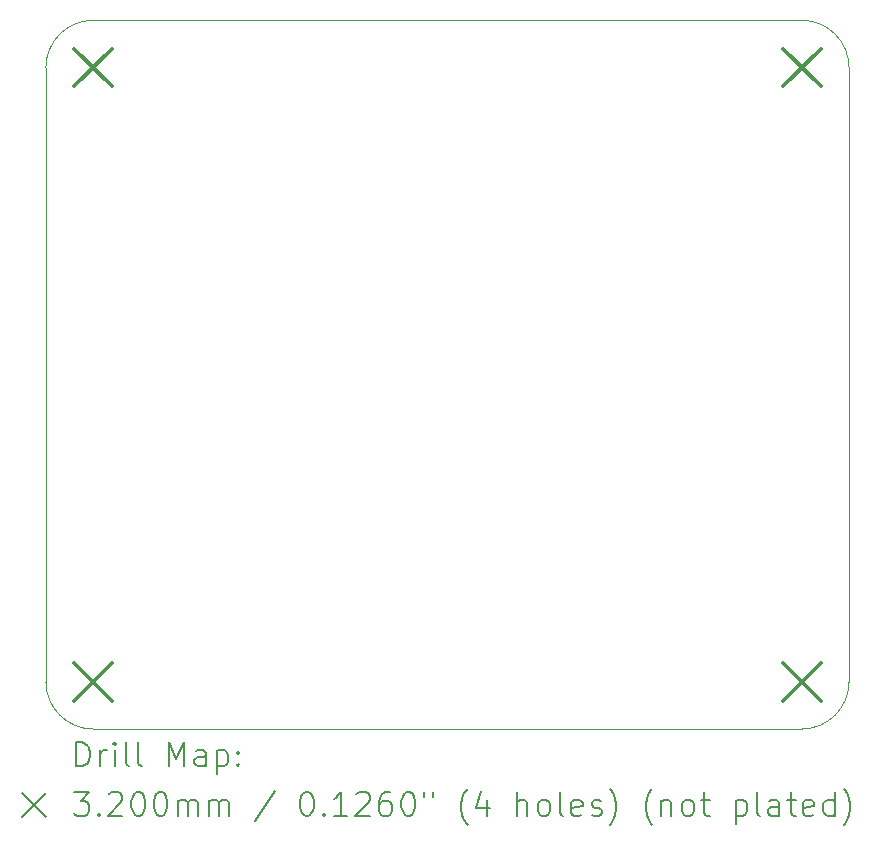
<source format=gbr>
%TF.GenerationSoftware,KiCad,Pcbnew,9.0.1*%
%TF.CreationDate,2025-05-08T09:46:55+02:00*%
%TF.ProjectId,bidirectional-tester,62696469-7265-4637-9469-6f6e616c2d74,rev?*%
%TF.SameCoordinates,Original*%
%TF.FileFunction,Drillmap*%
%TF.FilePolarity,Positive*%
%FSLAX45Y45*%
G04 Gerber Fmt 4.5, Leading zero omitted, Abs format (unit mm)*
G04 Created by KiCad (PCBNEW 9.0.1) date 2025-05-08 09:46:55*
%MOMM*%
%LPD*%
G01*
G04 APERTURE LIST*
%ADD10C,0.050000*%
%ADD11C,0.200000*%
%ADD12C,0.320000*%
G04 APERTURE END LIST*
D10*
X13400000Y-12600000D02*
G75*
G02*
X13000000Y-13000000I-400000J0D01*
G01*
X13000000Y-13000000D02*
X7000000Y-13000000D01*
X13000000Y-7000000D02*
X7000000Y-7000000D01*
X13400000Y-12600000D02*
X13400000Y-7400000D01*
X7000000Y-13000000D02*
G75*
G02*
X6600000Y-12600000I0J400000D01*
G01*
X13000000Y-7000000D02*
G75*
G02*
X13400000Y-7400000I0J-400000D01*
G01*
X6600000Y-7400000D02*
G75*
G02*
X7000000Y-7000000I400000J0D01*
G01*
X6600000Y-7400000D02*
X6600000Y-12600000D01*
D11*
D12*
X6840000Y-7240000D02*
X7160000Y-7560000D01*
X7160000Y-7240000D02*
X6840000Y-7560000D01*
X6840000Y-12440000D02*
X7160000Y-12760000D01*
X7160000Y-12440000D02*
X6840000Y-12760000D01*
X12840000Y-7240000D02*
X13160000Y-7560000D01*
X13160000Y-7240000D02*
X12840000Y-7560000D01*
X12840000Y-12440000D02*
X13160000Y-12760000D01*
X13160000Y-12440000D02*
X12840000Y-12760000D01*
D11*
X6858277Y-13313984D02*
X6858277Y-13113984D01*
X6858277Y-13113984D02*
X6905896Y-13113984D01*
X6905896Y-13113984D02*
X6934467Y-13123508D01*
X6934467Y-13123508D02*
X6953515Y-13142555D01*
X6953515Y-13142555D02*
X6963039Y-13161603D01*
X6963039Y-13161603D02*
X6972562Y-13199698D01*
X6972562Y-13199698D02*
X6972562Y-13228269D01*
X6972562Y-13228269D02*
X6963039Y-13266365D01*
X6963039Y-13266365D02*
X6953515Y-13285412D01*
X6953515Y-13285412D02*
X6934467Y-13304460D01*
X6934467Y-13304460D02*
X6905896Y-13313984D01*
X6905896Y-13313984D02*
X6858277Y-13313984D01*
X7058277Y-13313984D02*
X7058277Y-13180650D01*
X7058277Y-13218746D02*
X7067801Y-13199698D01*
X7067801Y-13199698D02*
X7077324Y-13190174D01*
X7077324Y-13190174D02*
X7096372Y-13180650D01*
X7096372Y-13180650D02*
X7115420Y-13180650D01*
X7182086Y-13313984D02*
X7182086Y-13180650D01*
X7182086Y-13113984D02*
X7172562Y-13123508D01*
X7172562Y-13123508D02*
X7182086Y-13133031D01*
X7182086Y-13133031D02*
X7191610Y-13123508D01*
X7191610Y-13123508D02*
X7182086Y-13113984D01*
X7182086Y-13113984D02*
X7182086Y-13133031D01*
X7305896Y-13313984D02*
X7286848Y-13304460D01*
X7286848Y-13304460D02*
X7277324Y-13285412D01*
X7277324Y-13285412D02*
X7277324Y-13113984D01*
X7410658Y-13313984D02*
X7391610Y-13304460D01*
X7391610Y-13304460D02*
X7382086Y-13285412D01*
X7382086Y-13285412D02*
X7382086Y-13113984D01*
X7639229Y-13313984D02*
X7639229Y-13113984D01*
X7639229Y-13113984D02*
X7705896Y-13256841D01*
X7705896Y-13256841D02*
X7772562Y-13113984D01*
X7772562Y-13113984D02*
X7772562Y-13313984D01*
X7953515Y-13313984D02*
X7953515Y-13209222D01*
X7953515Y-13209222D02*
X7943991Y-13190174D01*
X7943991Y-13190174D02*
X7924943Y-13180650D01*
X7924943Y-13180650D02*
X7886848Y-13180650D01*
X7886848Y-13180650D02*
X7867801Y-13190174D01*
X7953515Y-13304460D02*
X7934467Y-13313984D01*
X7934467Y-13313984D02*
X7886848Y-13313984D01*
X7886848Y-13313984D02*
X7867801Y-13304460D01*
X7867801Y-13304460D02*
X7858277Y-13285412D01*
X7858277Y-13285412D02*
X7858277Y-13266365D01*
X7858277Y-13266365D02*
X7867801Y-13247317D01*
X7867801Y-13247317D02*
X7886848Y-13237793D01*
X7886848Y-13237793D02*
X7934467Y-13237793D01*
X7934467Y-13237793D02*
X7953515Y-13228269D01*
X8048753Y-13180650D02*
X8048753Y-13380650D01*
X8048753Y-13190174D02*
X8067801Y-13180650D01*
X8067801Y-13180650D02*
X8105896Y-13180650D01*
X8105896Y-13180650D02*
X8124943Y-13190174D01*
X8124943Y-13190174D02*
X8134467Y-13199698D01*
X8134467Y-13199698D02*
X8143991Y-13218746D01*
X8143991Y-13218746D02*
X8143991Y-13275888D01*
X8143991Y-13275888D02*
X8134467Y-13294936D01*
X8134467Y-13294936D02*
X8124943Y-13304460D01*
X8124943Y-13304460D02*
X8105896Y-13313984D01*
X8105896Y-13313984D02*
X8067801Y-13313984D01*
X8067801Y-13313984D02*
X8048753Y-13304460D01*
X8229705Y-13294936D02*
X8239229Y-13304460D01*
X8239229Y-13304460D02*
X8229705Y-13313984D01*
X8229705Y-13313984D02*
X8220182Y-13304460D01*
X8220182Y-13304460D02*
X8229705Y-13294936D01*
X8229705Y-13294936D02*
X8229705Y-13313984D01*
X8229705Y-13190174D02*
X8239229Y-13199698D01*
X8239229Y-13199698D02*
X8229705Y-13209222D01*
X8229705Y-13209222D02*
X8220182Y-13199698D01*
X8220182Y-13199698D02*
X8229705Y-13190174D01*
X8229705Y-13190174D02*
X8229705Y-13209222D01*
X6397500Y-13542500D02*
X6597500Y-13742500D01*
X6597500Y-13542500D02*
X6397500Y-13742500D01*
X6839229Y-13533984D02*
X6963039Y-13533984D01*
X6963039Y-13533984D02*
X6896372Y-13610174D01*
X6896372Y-13610174D02*
X6924943Y-13610174D01*
X6924943Y-13610174D02*
X6943991Y-13619698D01*
X6943991Y-13619698D02*
X6953515Y-13629222D01*
X6953515Y-13629222D02*
X6963039Y-13648269D01*
X6963039Y-13648269D02*
X6963039Y-13695888D01*
X6963039Y-13695888D02*
X6953515Y-13714936D01*
X6953515Y-13714936D02*
X6943991Y-13724460D01*
X6943991Y-13724460D02*
X6924943Y-13733984D01*
X6924943Y-13733984D02*
X6867801Y-13733984D01*
X6867801Y-13733984D02*
X6848753Y-13724460D01*
X6848753Y-13724460D02*
X6839229Y-13714936D01*
X7048753Y-13714936D02*
X7058277Y-13724460D01*
X7058277Y-13724460D02*
X7048753Y-13733984D01*
X7048753Y-13733984D02*
X7039229Y-13724460D01*
X7039229Y-13724460D02*
X7048753Y-13714936D01*
X7048753Y-13714936D02*
X7048753Y-13733984D01*
X7134467Y-13553031D02*
X7143991Y-13543508D01*
X7143991Y-13543508D02*
X7163039Y-13533984D01*
X7163039Y-13533984D02*
X7210658Y-13533984D01*
X7210658Y-13533984D02*
X7229705Y-13543508D01*
X7229705Y-13543508D02*
X7239229Y-13553031D01*
X7239229Y-13553031D02*
X7248753Y-13572079D01*
X7248753Y-13572079D02*
X7248753Y-13591127D01*
X7248753Y-13591127D02*
X7239229Y-13619698D01*
X7239229Y-13619698D02*
X7124943Y-13733984D01*
X7124943Y-13733984D02*
X7248753Y-13733984D01*
X7372562Y-13533984D02*
X7391610Y-13533984D01*
X7391610Y-13533984D02*
X7410658Y-13543508D01*
X7410658Y-13543508D02*
X7420182Y-13553031D01*
X7420182Y-13553031D02*
X7429705Y-13572079D01*
X7429705Y-13572079D02*
X7439229Y-13610174D01*
X7439229Y-13610174D02*
X7439229Y-13657793D01*
X7439229Y-13657793D02*
X7429705Y-13695888D01*
X7429705Y-13695888D02*
X7420182Y-13714936D01*
X7420182Y-13714936D02*
X7410658Y-13724460D01*
X7410658Y-13724460D02*
X7391610Y-13733984D01*
X7391610Y-13733984D02*
X7372562Y-13733984D01*
X7372562Y-13733984D02*
X7353515Y-13724460D01*
X7353515Y-13724460D02*
X7343991Y-13714936D01*
X7343991Y-13714936D02*
X7334467Y-13695888D01*
X7334467Y-13695888D02*
X7324943Y-13657793D01*
X7324943Y-13657793D02*
X7324943Y-13610174D01*
X7324943Y-13610174D02*
X7334467Y-13572079D01*
X7334467Y-13572079D02*
X7343991Y-13553031D01*
X7343991Y-13553031D02*
X7353515Y-13543508D01*
X7353515Y-13543508D02*
X7372562Y-13533984D01*
X7563039Y-13533984D02*
X7582086Y-13533984D01*
X7582086Y-13533984D02*
X7601134Y-13543508D01*
X7601134Y-13543508D02*
X7610658Y-13553031D01*
X7610658Y-13553031D02*
X7620182Y-13572079D01*
X7620182Y-13572079D02*
X7629705Y-13610174D01*
X7629705Y-13610174D02*
X7629705Y-13657793D01*
X7629705Y-13657793D02*
X7620182Y-13695888D01*
X7620182Y-13695888D02*
X7610658Y-13714936D01*
X7610658Y-13714936D02*
X7601134Y-13724460D01*
X7601134Y-13724460D02*
X7582086Y-13733984D01*
X7582086Y-13733984D02*
X7563039Y-13733984D01*
X7563039Y-13733984D02*
X7543991Y-13724460D01*
X7543991Y-13724460D02*
X7534467Y-13714936D01*
X7534467Y-13714936D02*
X7524943Y-13695888D01*
X7524943Y-13695888D02*
X7515420Y-13657793D01*
X7515420Y-13657793D02*
X7515420Y-13610174D01*
X7515420Y-13610174D02*
X7524943Y-13572079D01*
X7524943Y-13572079D02*
X7534467Y-13553031D01*
X7534467Y-13553031D02*
X7543991Y-13543508D01*
X7543991Y-13543508D02*
X7563039Y-13533984D01*
X7715420Y-13733984D02*
X7715420Y-13600650D01*
X7715420Y-13619698D02*
X7724943Y-13610174D01*
X7724943Y-13610174D02*
X7743991Y-13600650D01*
X7743991Y-13600650D02*
X7772563Y-13600650D01*
X7772563Y-13600650D02*
X7791610Y-13610174D01*
X7791610Y-13610174D02*
X7801134Y-13629222D01*
X7801134Y-13629222D02*
X7801134Y-13733984D01*
X7801134Y-13629222D02*
X7810658Y-13610174D01*
X7810658Y-13610174D02*
X7829705Y-13600650D01*
X7829705Y-13600650D02*
X7858277Y-13600650D01*
X7858277Y-13600650D02*
X7877324Y-13610174D01*
X7877324Y-13610174D02*
X7886848Y-13629222D01*
X7886848Y-13629222D02*
X7886848Y-13733984D01*
X7982086Y-13733984D02*
X7982086Y-13600650D01*
X7982086Y-13619698D02*
X7991610Y-13610174D01*
X7991610Y-13610174D02*
X8010658Y-13600650D01*
X8010658Y-13600650D02*
X8039229Y-13600650D01*
X8039229Y-13600650D02*
X8058277Y-13610174D01*
X8058277Y-13610174D02*
X8067801Y-13629222D01*
X8067801Y-13629222D02*
X8067801Y-13733984D01*
X8067801Y-13629222D02*
X8077324Y-13610174D01*
X8077324Y-13610174D02*
X8096372Y-13600650D01*
X8096372Y-13600650D02*
X8124943Y-13600650D01*
X8124943Y-13600650D02*
X8143991Y-13610174D01*
X8143991Y-13610174D02*
X8153515Y-13629222D01*
X8153515Y-13629222D02*
X8153515Y-13733984D01*
X8543991Y-13524460D02*
X8372563Y-13781603D01*
X8801134Y-13533984D02*
X8820182Y-13533984D01*
X8820182Y-13533984D02*
X8839229Y-13543508D01*
X8839229Y-13543508D02*
X8848753Y-13553031D01*
X8848753Y-13553031D02*
X8858277Y-13572079D01*
X8858277Y-13572079D02*
X8867801Y-13610174D01*
X8867801Y-13610174D02*
X8867801Y-13657793D01*
X8867801Y-13657793D02*
X8858277Y-13695888D01*
X8858277Y-13695888D02*
X8848753Y-13714936D01*
X8848753Y-13714936D02*
X8839229Y-13724460D01*
X8839229Y-13724460D02*
X8820182Y-13733984D01*
X8820182Y-13733984D02*
X8801134Y-13733984D01*
X8801134Y-13733984D02*
X8782087Y-13724460D01*
X8782087Y-13724460D02*
X8772563Y-13714936D01*
X8772563Y-13714936D02*
X8763039Y-13695888D01*
X8763039Y-13695888D02*
X8753515Y-13657793D01*
X8753515Y-13657793D02*
X8753515Y-13610174D01*
X8753515Y-13610174D02*
X8763039Y-13572079D01*
X8763039Y-13572079D02*
X8772563Y-13553031D01*
X8772563Y-13553031D02*
X8782087Y-13543508D01*
X8782087Y-13543508D02*
X8801134Y-13533984D01*
X8953515Y-13714936D02*
X8963039Y-13724460D01*
X8963039Y-13724460D02*
X8953515Y-13733984D01*
X8953515Y-13733984D02*
X8943991Y-13724460D01*
X8943991Y-13724460D02*
X8953515Y-13714936D01*
X8953515Y-13714936D02*
X8953515Y-13733984D01*
X9153515Y-13733984D02*
X9039229Y-13733984D01*
X9096372Y-13733984D02*
X9096372Y-13533984D01*
X9096372Y-13533984D02*
X9077325Y-13562555D01*
X9077325Y-13562555D02*
X9058277Y-13581603D01*
X9058277Y-13581603D02*
X9039229Y-13591127D01*
X9229706Y-13553031D02*
X9239229Y-13543508D01*
X9239229Y-13543508D02*
X9258277Y-13533984D01*
X9258277Y-13533984D02*
X9305896Y-13533984D01*
X9305896Y-13533984D02*
X9324944Y-13543508D01*
X9324944Y-13543508D02*
X9334468Y-13553031D01*
X9334468Y-13553031D02*
X9343991Y-13572079D01*
X9343991Y-13572079D02*
X9343991Y-13591127D01*
X9343991Y-13591127D02*
X9334468Y-13619698D01*
X9334468Y-13619698D02*
X9220182Y-13733984D01*
X9220182Y-13733984D02*
X9343991Y-13733984D01*
X9515420Y-13533984D02*
X9477325Y-13533984D01*
X9477325Y-13533984D02*
X9458277Y-13543508D01*
X9458277Y-13543508D02*
X9448753Y-13553031D01*
X9448753Y-13553031D02*
X9429706Y-13581603D01*
X9429706Y-13581603D02*
X9420182Y-13619698D01*
X9420182Y-13619698D02*
X9420182Y-13695888D01*
X9420182Y-13695888D02*
X9429706Y-13714936D01*
X9429706Y-13714936D02*
X9439229Y-13724460D01*
X9439229Y-13724460D02*
X9458277Y-13733984D01*
X9458277Y-13733984D02*
X9496372Y-13733984D01*
X9496372Y-13733984D02*
X9515420Y-13724460D01*
X9515420Y-13724460D02*
X9524944Y-13714936D01*
X9524944Y-13714936D02*
X9534468Y-13695888D01*
X9534468Y-13695888D02*
X9534468Y-13648269D01*
X9534468Y-13648269D02*
X9524944Y-13629222D01*
X9524944Y-13629222D02*
X9515420Y-13619698D01*
X9515420Y-13619698D02*
X9496372Y-13610174D01*
X9496372Y-13610174D02*
X9458277Y-13610174D01*
X9458277Y-13610174D02*
X9439229Y-13619698D01*
X9439229Y-13619698D02*
X9429706Y-13629222D01*
X9429706Y-13629222D02*
X9420182Y-13648269D01*
X9658277Y-13533984D02*
X9677325Y-13533984D01*
X9677325Y-13533984D02*
X9696372Y-13543508D01*
X9696372Y-13543508D02*
X9705896Y-13553031D01*
X9705896Y-13553031D02*
X9715420Y-13572079D01*
X9715420Y-13572079D02*
X9724944Y-13610174D01*
X9724944Y-13610174D02*
X9724944Y-13657793D01*
X9724944Y-13657793D02*
X9715420Y-13695888D01*
X9715420Y-13695888D02*
X9705896Y-13714936D01*
X9705896Y-13714936D02*
X9696372Y-13724460D01*
X9696372Y-13724460D02*
X9677325Y-13733984D01*
X9677325Y-13733984D02*
X9658277Y-13733984D01*
X9658277Y-13733984D02*
X9639229Y-13724460D01*
X9639229Y-13724460D02*
X9629706Y-13714936D01*
X9629706Y-13714936D02*
X9620182Y-13695888D01*
X9620182Y-13695888D02*
X9610658Y-13657793D01*
X9610658Y-13657793D02*
X9610658Y-13610174D01*
X9610658Y-13610174D02*
X9620182Y-13572079D01*
X9620182Y-13572079D02*
X9629706Y-13553031D01*
X9629706Y-13553031D02*
X9639229Y-13543508D01*
X9639229Y-13543508D02*
X9658277Y-13533984D01*
X9801134Y-13533984D02*
X9801134Y-13572079D01*
X9877325Y-13533984D02*
X9877325Y-13572079D01*
X10172563Y-13810174D02*
X10163039Y-13800650D01*
X10163039Y-13800650D02*
X10143991Y-13772079D01*
X10143991Y-13772079D02*
X10134468Y-13753031D01*
X10134468Y-13753031D02*
X10124944Y-13724460D01*
X10124944Y-13724460D02*
X10115420Y-13676841D01*
X10115420Y-13676841D02*
X10115420Y-13638746D01*
X10115420Y-13638746D02*
X10124944Y-13591127D01*
X10124944Y-13591127D02*
X10134468Y-13562555D01*
X10134468Y-13562555D02*
X10143991Y-13543508D01*
X10143991Y-13543508D02*
X10163039Y-13514936D01*
X10163039Y-13514936D02*
X10172563Y-13505412D01*
X10334468Y-13600650D02*
X10334468Y-13733984D01*
X10286849Y-13524460D02*
X10239230Y-13667317D01*
X10239230Y-13667317D02*
X10363039Y-13667317D01*
X10591611Y-13733984D02*
X10591611Y-13533984D01*
X10677325Y-13733984D02*
X10677325Y-13629222D01*
X10677325Y-13629222D02*
X10667801Y-13610174D01*
X10667801Y-13610174D02*
X10648753Y-13600650D01*
X10648753Y-13600650D02*
X10620182Y-13600650D01*
X10620182Y-13600650D02*
X10601134Y-13610174D01*
X10601134Y-13610174D02*
X10591611Y-13619698D01*
X10801134Y-13733984D02*
X10782087Y-13724460D01*
X10782087Y-13724460D02*
X10772563Y-13714936D01*
X10772563Y-13714936D02*
X10763039Y-13695888D01*
X10763039Y-13695888D02*
X10763039Y-13638746D01*
X10763039Y-13638746D02*
X10772563Y-13619698D01*
X10772563Y-13619698D02*
X10782087Y-13610174D01*
X10782087Y-13610174D02*
X10801134Y-13600650D01*
X10801134Y-13600650D02*
X10829706Y-13600650D01*
X10829706Y-13600650D02*
X10848753Y-13610174D01*
X10848753Y-13610174D02*
X10858277Y-13619698D01*
X10858277Y-13619698D02*
X10867801Y-13638746D01*
X10867801Y-13638746D02*
X10867801Y-13695888D01*
X10867801Y-13695888D02*
X10858277Y-13714936D01*
X10858277Y-13714936D02*
X10848753Y-13724460D01*
X10848753Y-13724460D02*
X10829706Y-13733984D01*
X10829706Y-13733984D02*
X10801134Y-13733984D01*
X10982087Y-13733984D02*
X10963039Y-13724460D01*
X10963039Y-13724460D02*
X10953515Y-13705412D01*
X10953515Y-13705412D02*
X10953515Y-13533984D01*
X11134468Y-13724460D02*
X11115420Y-13733984D01*
X11115420Y-13733984D02*
X11077325Y-13733984D01*
X11077325Y-13733984D02*
X11058277Y-13724460D01*
X11058277Y-13724460D02*
X11048753Y-13705412D01*
X11048753Y-13705412D02*
X11048753Y-13629222D01*
X11048753Y-13629222D02*
X11058277Y-13610174D01*
X11058277Y-13610174D02*
X11077325Y-13600650D01*
X11077325Y-13600650D02*
X11115420Y-13600650D01*
X11115420Y-13600650D02*
X11134468Y-13610174D01*
X11134468Y-13610174D02*
X11143992Y-13629222D01*
X11143992Y-13629222D02*
X11143992Y-13648269D01*
X11143992Y-13648269D02*
X11048753Y-13667317D01*
X11220182Y-13724460D02*
X11239230Y-13733984D01*
X11239230Y-13733984D02*
X11277325Y-13733984D01*
X11277325Y-13733984D02*
X11296372Y-13724460D01*
X11296372Y-13724460D02*
X11305896Y-13705412D01*
X11305896Y-13705412D02*
X11305896Y-13695888D01*
X11305896Y-13695888D02*
X11296372Y-13676841D01*
X11296372Y-13676841D02*
X11277325Y-13667317D01*
X11277325Y-13667317D02*
X11248753Y-13667317D01*
X11248753Y-13667317D02*
X11229706Y-13657793D01*
X11229706Y-13657793D02*
X11220182Y-13638746D01*
X11220182Y-13638746D02*
X11220182Y-13629222D01*
X11220182Y-13629222D02*
X11229706Y-13610174D01*
X11229706Y-13610174D02*
X11248753Y-13600650D01*
X11248753Y-13600650D02*
X11277325Y-13600650D01*
X11277325Y-13600650D02*
X11296372Y-13610174D01*
X11372563Y-13810174D02*
X11382087Y-13800650D01*
X11382087Y-13800650D02*
X11401134Y-13772079D01*
X11401134Y-13772079D02*
X11410658Y-13753031D01*
X11410658Y-13753031D02*
X11420182Y-13724460D01*
X11420182Y-13724460D02*
X11429706Y-13676841D01*
X11429706Y-13676841D02*
X11429706Y-13638746D01*
X11429706Y-13638746D02*
X11420182Y-13591127D01*
X11420182Y-13591127D02*
X11410658Y-13562555D01*
X11410658Y-13562555D02*
X11401134Y-13543508D01*
X11401134Y-13543508D02*
X11382087Y-13514936D01*
X11382087Y-13514936D02*
X11372563Y-13505412D01*
X11734468Y-13810174D02*
X11724944Y-13800650D01*
X11724944Y-13800650D02*
X11705896Y-13772079D01*
X11705896Y-13772079D02*
X11696372Y-13753031D01*
X11696372Y-13753031D02*
X11686849Y-13724460D01*
X11686849Y-13724460D02*
X11677325Y-13676841D01*
X11677325Y-13676841D02*
X11677325Y-13638746D01*
X11677325Y-13638746D02*
X11686849Y-13591127D01*
X11686849Y-13591127D02*
X11696372Y-13562555D01*
X11696372Y-13562555D02*
X11705896Y-13543508D01*
X11705896Y-13543508D02*
X11724944Y-13514936D01*
X11724944Y-13514936D02*
X11734468Y-13505412D01*
X11810658Y-13600650D02*
X11810658Y-13733984D01*
X11810658Y-13619698D02*
X11820182Y-13610174D01*
X11820182Y-13610174D02*
X11839230Y-13600650D01*
X11839230Y-13600650D02*
X11867801Y-13600650D01*
X11867801Y-13600650D02*
X11886849Y-13610174D01*
X11886849Y-13610174D02*
X11896372Y-13629222D01*
X11896372Y-13629222D02*
X11896372Y-13733984D01*
X12020182Y-13733984D02*
X12001134Y-13724460D01*
X12001134Y-13724460D02*
X11991611Y-13714936D01*
X11991611Y-13714936D02*
X11982087Y-13695888D01*
X11982087Y-13695888D02*
X11982087Y-13638746D01*
X11982087Y-13638746D02*
X11991611Y-13619698D01*
X11991611Y-13619698D02*
X12001134Y-13610174D01*
X12001134Y-13610174D02*
X12020182Y-13600650D01*
X12020182Y-13600650D02*
X12048753Y-13600650D01*
X12048753Y-13600650D02*
X12067801Y-13610174D01*
X12067801Y-13610174D02*
X12077325Y-13619698D01*
X12077325Y-13619698D02*
X12086849Y-13638746D01*
X12086849Y-13638746D02*
X12086849Y-13695888D01*
X12086849Y-13695888D02*
X12077325Y-13714936D01*
X12077325Y-13714936D02*
X12067801Y-13724460D01*
X12067801Y-13724460D02*
X12048753Y-13733984D01*
X12048753Y-13733984D02*
X12020182Y-13733984D01*
X12143992Y-13600650D02*
X12220182Y-13600650D01*
X12172563Y-13533984D02*
X12172563Y-13705412D01*
X12172563Y-13705412D02*
X12182087Y-13724460D01*
X12182087Y-13724460D02*
X12201134Y-13733984D01*
X12201134Y-13733984D02*
X12220182Y-13733984D01*
X12439230Y-13600650D02*
X12439230Y-13800650D01*
X12439230Y-13610174D02*
X12458277Y-13600650D01*
X12458277Y-13600650D02*
X12496373Y-13600650D01*
X12496373Y-13600650D02*
X12515420Y-13610174D01*
X12515420Y-13610174D02*
X12524944Y-13619698D01*
X12524944Y-13619698D02*
X12534468Y-13638746D01*
X12534468Y-13638746D02*
X12534468Y-13695888D01*
X12534468Y-13695888D02*
X12524944Y-13714936D01*
X12524944Y-13714936D02*
X12515420Y-13724460D01*
X12515420Y-13724460D02*
X12496373Y-13733984D01*
X12496373Y-13733984D02*
X12458277Y-13733984D01*
X12458277Y-13733984D02*
X12439230Y-13724460D01*
X12648753Y-13733984D02*
X12629706Y-13724460D01*
X12629706Y-13724460D02*
X12620182Y-13705412D01*
X12620182Y-13705412D02*
X12620182Y-13533984D01*
X12810658Y-13733984D02*
X12810658Y-13629222D01*
X12810658Y-13629222D02*
X12801134Y-13610174D01*
X12801134Y-13610174D02*
X12782087Y-13600650D01*
X12782087Y-13600650D02*
X12743992Y-13600650D01*
X12743992Y-13600650D02*
X12724944Y-13610174D01*
X12810658Y-13724460D02*
X12791611Y-13733984D01*
X12791611Y-13733984D02*
X12743992Y-13733984D01*
X12743992Y-13733984D02*
X12724944Y-13724460D01*
X12724944Y-13724460D02*
X12715420Y-13705412D01*
X12715420Y-13705412D02*
X12715420Y-13686365D01*
X12715420Y-13686365D02*
X12724944Y-13667317D01*
X12724944Y-13667317D02*
X12743992Y-13657793D01*
X12743992Y-13657793D02*
X12791611Y-13657793D01*
X12791611Y-13657793D02*
X12810658Y-13648269D01*
X12877325Y-13600650D02*
X12953515Y-13600650D01*
X12905896Y-13533984D02*
X12905896Y-13705412D01*
X12905896Y-13705412D02*
X12915420Y-13724460D01*
X12915420Y-13724460D02*
X12934468Y-13733984D01*
X12934468Y-13733984D02*
X12953515Y-13733984D01*
X13096373Y-13724460D02*
X13077325Y-13733984D01*
X13077325Y-13733984D02*
X13039230Y-13733984D01*
X13039230Y-13733984D02*
X13020182Y-13724460D01*
X13020182Y-13724460D02*
X13010658Y-13705412D01*
X13010658Y-13705412D02*
X13010658Y-13629222D01*
X13010658Y-13629222D02*
X13020182Y-13610174D01*
X13020182Y-13610174D02*
X13039230Y-13600650D01*
X13039230Y-13600650D02*
X13077325Y-13600650D01*
X13077325Y-13600650D02*
X13096373Y-13610174D01*
X13096373Y-13610174D02*
X13105896Y-13629222D01*
X13105896Y-13629222D02*
X13105896Y-13648269D01*
X13105896Y-13648269D02*
X13010658Y-13667317D01*
X13277325Y-13733984D02*
X13277325Y-13533984D01*
X13277325Y-13724460D02*
X13258277Y-13733984D01*
X13258277Y-13733984D02*
X13220182Y-13733984D01*
X13220182Y-13733984D02*
X13201134Y-13724460D01*
X13201134Y-13724460D02*
X13191611Y-13714936D01*
X13191611Y-13714936D02*
X13182087Y-13695888D01*
X13182087Y-13695888D02*
X13182087Y-13638746D01*
X13182087Y-13638746D02*
X13191611Y-13619698D01*
X13191611Y-13619698D02*
X13201134Y-13610174D01*
X13201134Y-13610174D02*
X13220182Y-13600650D01*
X13220182Y-13600650D02*
X13258277Y-13600650D01*
X13258277Y-13600650D02*
X13277325Y-13610174D01*
X13353515Y-13810174D02*
X13363039Y-13800650D01*
X13363039Y-13800650D02*
X13382087Y-13772079D01*
X13382087Y-13772079D02*
X13391611Y-13753031D01*
X13391611Y-13753031D02*
X13401134Y-13724460D01*
X13401134Y-13724460D02*
X13410658Y-13676841D01*
X13410658Y-13676841D02*
X13410658Y-13638746D01*
X13410658Y-13638746D02*
X13401134Y-13591127D01*
X13401134Y-13591127D02*
X13391611Y-13562555D01*
X13391611Y-13562555D02*
X13382087Y-13543508D01*
X13382087Y-13543508D02*
X13363039Y-13514936D01*
X13363039Y-13514936D02*
X13353515Y-13505412D01*
M02*

</source>
